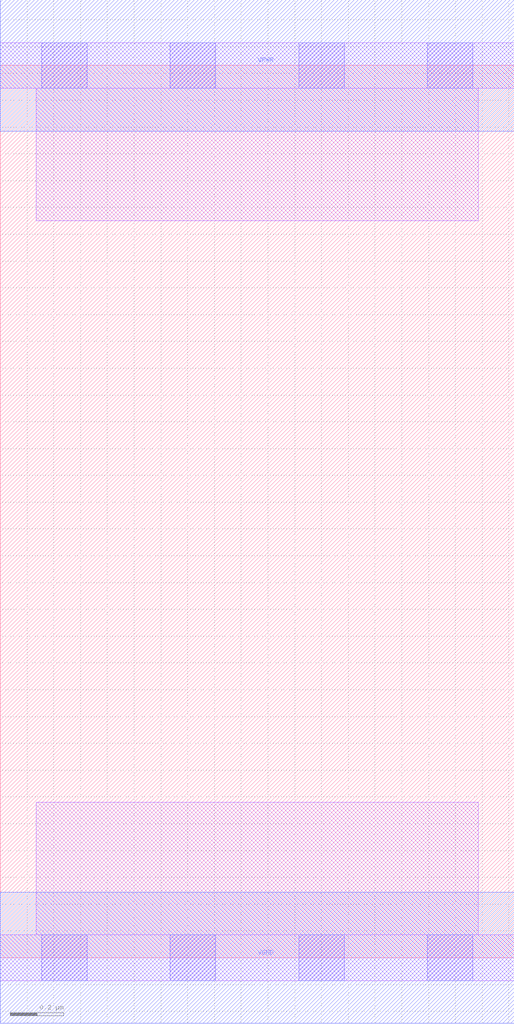
<source format=lef>
# Copyright 2020 The SkyWater PDK Authors
#
# Licensed under the Apache License, Version 2.0 (the "License");
# you may not use this file except in compliance with the License.
# You may obtain a copy of the License at
#
#     https://www.apache.org/licenses/LICENSE-2.0
#
# Unless required by applicable law or agreed to in writing, software
# distributed under the License is distributed on an "AS IS" BASIS,
# WITHOUT WARRANTIES OR CONDITIONS OF ANY KIND, either express or implied.
# See the License for the specific language governing permissions and
# limitations under the License.
#
# SPDX-License-Identifier: Apache-2.0

VERSION 5.7 ;
  NOWIREEXTENSIONATPIN ON ;
  DIVIDERCHAR "/" ;
  BUSBITCHARS "[]" ;
UNITS
  DATABASE MICRONS 200 ;
END UNITS
MACRO sky130_fd_sc_hs__fill_diode_4
  CLASS CORE ;
  FOREIGN sky130_fd_sc_hs__fill_diode_4 ;
  ORIGIN  0.000000  0.000000 ;
  SIZE  1.920000 BY  3.330000 ;
  SYMMETRY X Y ;
  SITE unit ;
  PIN VGND
    DIRECTION INOUT ;
    USE GROUND ;
    PORT
      LAYER met1 ;
        RECT 0.000000 -0.245000 1.920000 0.245000 ;
    END
  END VGND
  PIN VPWR
    DIRECTION INOUT ;
    USE POWER ;
    PORT
      LAYER met1 ;
        RECT 0.000000 3.085000 1.920000 3.575000 ;
    END
  END VPWR
  OBS
    LAYER li1 ;
      RECT 0.000000 -0.085000 1.920000 0.085000 ;
      RECT 0.000000  3.245000 1.920000 3.415000 ;
      RECT 0.135000  0.085000 1.785000 0.580000 ;
      RECT 0.135000  2.750000 1.785000 3.245000 ;
    LAYER mcon ;
      RECT 0.155000 -0.085000 0.325000 0.085000 ;
      RECT 0.155000  3.245000 0.325000 3.415000 ;
      RECT 0.635000 -0.085000 0.805000 0.085000 ;
      RECT 0.635000  3.245000 0.805000 3.415000 ;
      RECT 1.115000 -0.085000 1.285000 0.085000 ;
      RECT 1.115000  3.245000 1.285000 3.415000 ;
      RECT 1.595000 -0.085000 1.765000 0.085000 ;
      RECT 1.595000  3.245000 1.765000 3.415000 ;
  END
END sky130_fd_sc_hs__fill_diode_4
END LIBRARY

</source>
